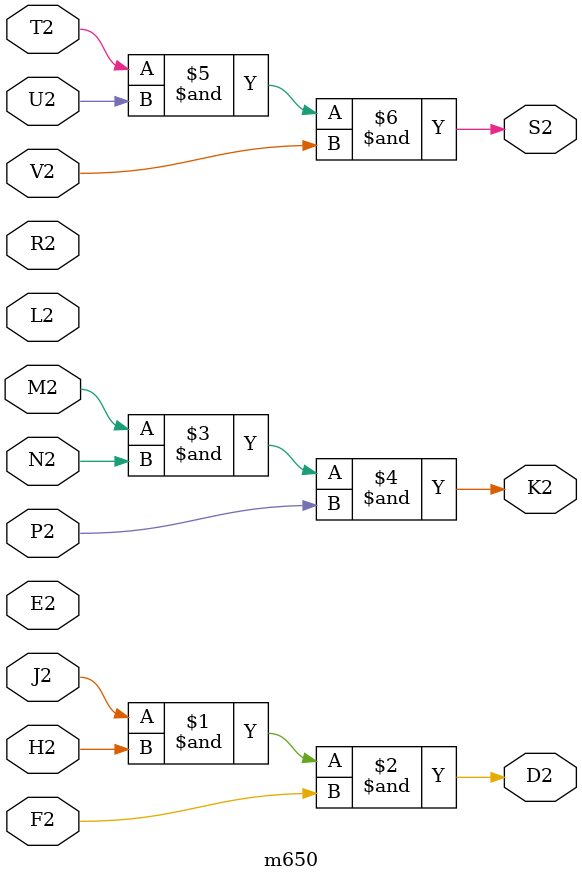
<source format=v>

module m650 (
	//A2,  // +5V
	//B2,  // -15V
	//C2,  // ground
	D2,
	E2,
	F2,
	H2,
	J2,
	K2,
	L2,
	M2,
	N2,
	P2,
	R2,
	S2,
	T2,
	U2,
	V2
	);
// power and ground
//inout A2, B2, C2; 

// main inputs
input J2, H2, F2, M2, N2, P2, T2, U2, V2;

// main outputs
output D2, K2, S2;

// unused (for slew rate control)
/* verilator lint_off UNUSED */
input E2, L2, R2;
/* lint_on */

// power assignments
//assign A2 = 1'b1;
//assign B2 = 1'b0;
//assign C2 = 1'b0;

assign D2 = J2 & H2 & F2;
assign K2 = M2 & N2 & P2;
assign S2 = T2 & U2 & V2;

endmodule

</source>
